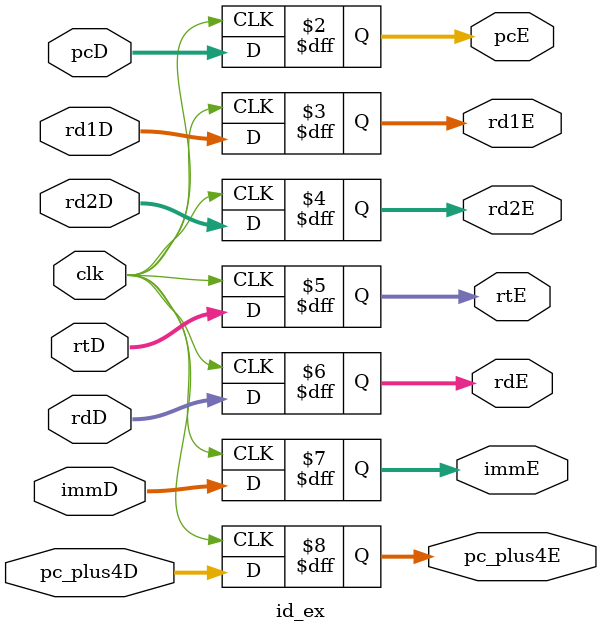
<source format=v>
module id_ex (
    input wire clk,
    input wire [31:0] pcD,
    input wire [31:0] rd1D, rd2D,
    input wire [4:0] rtD, rdD,
    input wire [31:0] immD,
    input wire [31:0] pc_plus4D,

    output reg [31:0] pcE,
    output reg [31:0] rd1E, rd2E,
    output reg [4:0] rtE, rdE,
    output reg [31:0] immE,
    output reg [31:0] pc_plus4E
);
    always @(posedge clk) begin
        pcE <= pcD;
        rd1E <= rd1D;
        rd2E <= rd2D;
        rtE <= rtD;
        rdE <= rdD;
        immE <= immD;
        pc_plus4E <= pc_plus4D;
    end
endmodule
</source>
